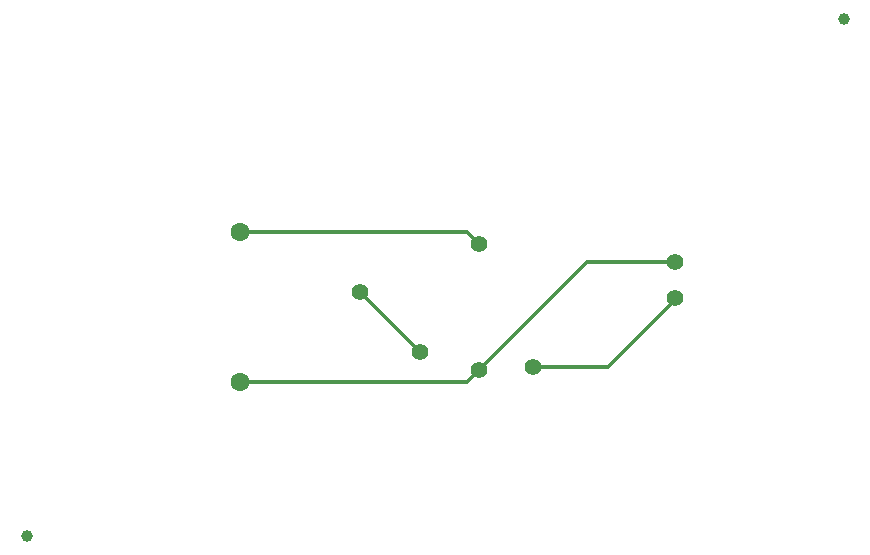
<source format=gbl>
G75*
%MOIN*%
%OFA0B0*%
%FSLAX25Y25*%
%IPPOS*%
%LPD*%
%AMOC8*
5,1,8,0,0,1.08239X$1,22.5*
%
%ADD10C,0.03937*%
%ADD11C,0.05512*%
%ADD12C,0.01400*%
%ADD13C,0.06299*%
D10*
X0018780Y0018819D03*
X0291220Y0191220D03*
D11*
X0235000Y0110000D03*
X0235000Y0098000D03*
X0187500Y0075000D03*
X0169508Y0073996D03*
X0150000Y0080000D03*
X0130000Y0100000D03*
X0169508Y0116004D03*
D12*
X0165512Y0120000D01*
X0090000Y0120000D01*
X0130000Y0100000D02*
X0150000Y0080000D01*
X0165512Y0070000D02*
X0169508Y0073996D01*
X0205512Y0110000D01*
X0235000Y0110000D01*
X0235500Y0098000D02*
X0212500Y0075000D01*
X0187500Y0075000D01*
X0165512Y0070000D02*
X0090000Y0070000D01*
D13*
X0090000Y0070000D03*
X0090000Y0120000D03*
M02*

</source>
